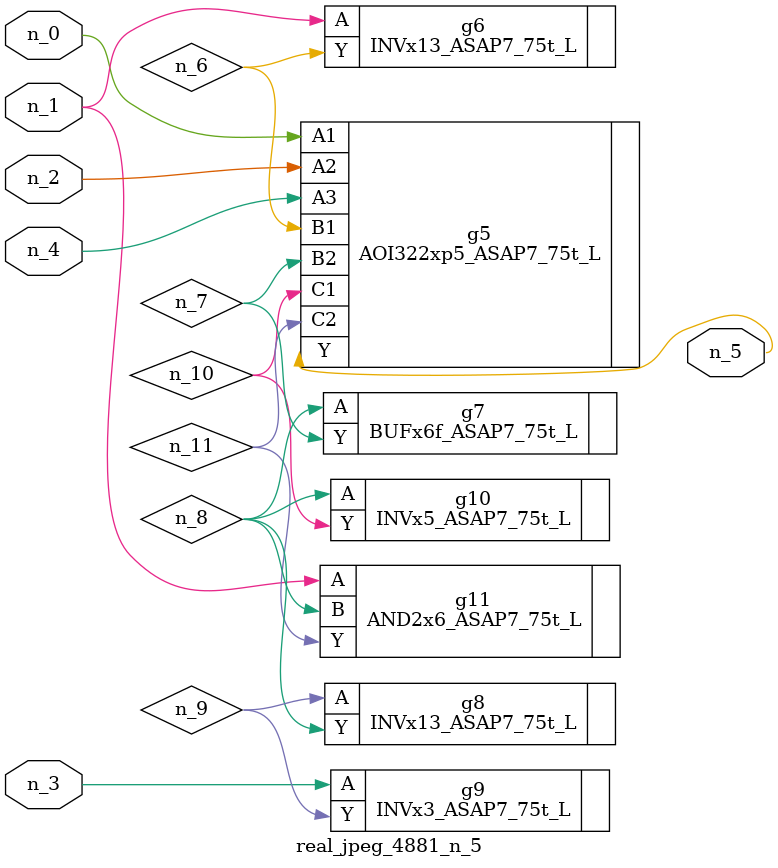
<source format=v>
module real_jpeg_4881_n_5 (n_4, n_0, n_1, n_2, n_3, n_5);

input n_4;
input n_0;
input n_1;
input n_2;
input n_3;

output n_5;

wire n_8;
wire n_11;
wire n_6;
wire n_7;
wire n_10;
wire n_9;

AOI322xp5_ASAP7_75t_L g5 ( 
.A1(n_0),
.A2(n_2),
.A3(n_4),
.B1(n_6),
.B2(n_7),
.C1(n_10),
.C2(n_11),
.Y(n_5)
);

INVx13_ASAP7_75t_L g6 ( 
.A(n_1),
.Y(n_6)
);

AND2x6_ASAP7_75t_L g11 ( 
.A(n_1),
.B(n_8),
.Y(n_11)
);

INVx3_ASAP7_75t_L g9 ( 
.A(n_3),
.Y(n_9)
);

BUFx6f_ASAP7_75t_L g7 ( 
.A(n_8),
.Y(n_7)
);

INVx5_ASAP7_75t_L g10 ( 
.A(n_8),
.Y(n_10)
);

INVx13_ASAP7_75t_L g8 ( 
.A(n_9),
.Y(n_8)
);


endmodule
</source>
